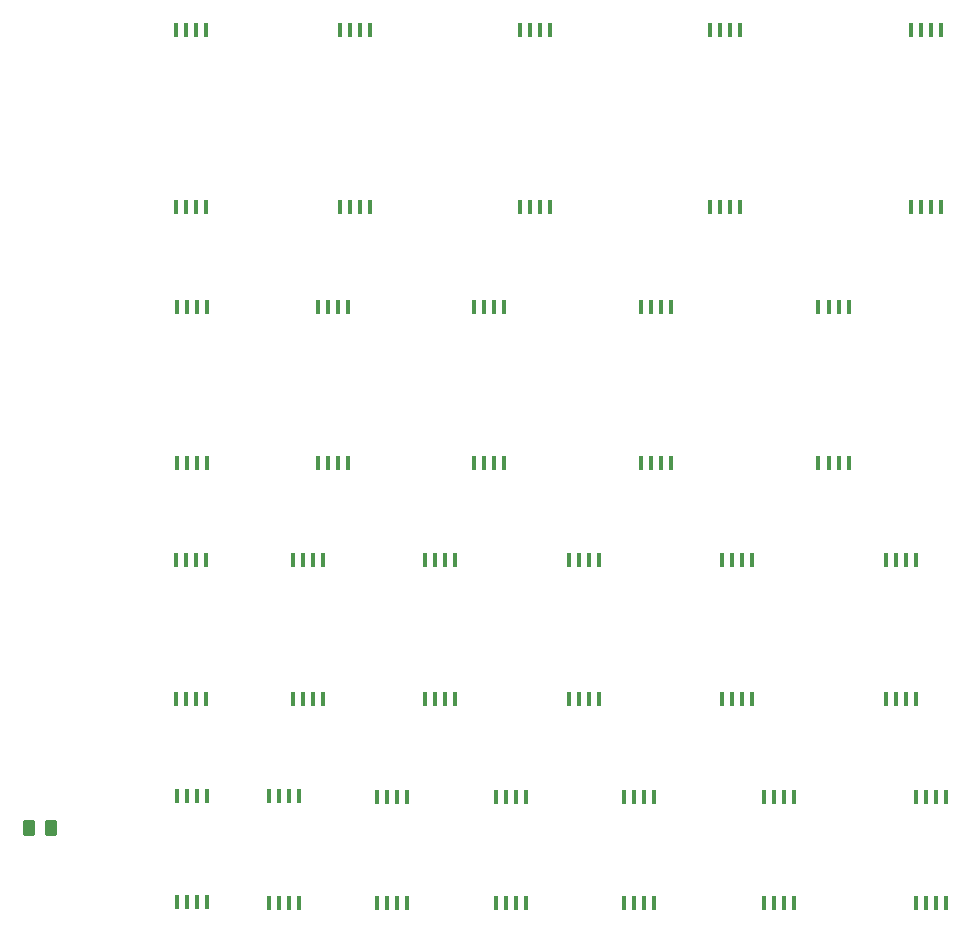
<source format=gbr>
%TF.GenerationSoftware,KiCad,Pcbnew,(6.0.0)*%
%TF.CreationDate,2022-01-22T08:46:37+01:00*%
%TF.ProjectId,CNLJS_test_LEDice_dual,434e4c4a-535f-4746-9573-745f4c454469,rev?*%
%TF.SameCoordinates,Original*%
%TF.FileFunction,Paste,Top*%
%TF.FilePolarity,Positive*%
%FSLAX46Y46*%
G04 Gerber Fmt 4.6, Leading zero omitted, Abs format (unit mm)*
G04 Created by KiCad (PCBNEW (6.0.0)) date 2022-01-22 08:46:37*
%MOMM*%
%LPD*%
G01*
G04 APERTURE LIST*
G04 Aperture macros list*
%AMRoundRect*
0 Rectangle with rounded corners*
0 $1 Rounding radius*
0 $2 $3 $4 $5 $6 $7 $8 $9 X,Y pos of 4 corners*
0 Add a 4 corners polygon primitive as box body*
4,1,4,$2,$3,$4,$5,$6,$7,$8,$9,$2,$3,0*
0 Add four circle primitives for the rounded corners*
1,1,$1+$1,$2,$3*
1,1,$1+$1,$4,$5*
1,1,$1+$1,$6,$7*
1,1,$1+$1,$8,$9*
0 Add four rect primitives between the rounded corners*
20,1,$1+$1,$2,$3,$4,$5,0*
20,1,$1+$1,$4,$5,$6,$7,0*
20,1,$1+$1,$6,$7,$8,$9,0*
20,1,$1+$1,$8,$9,$2,$3,0*%
G04 Aperture macros list end*
%ADD10R,0.420000X1.300000*%
%ADD11RoundRect,0.250000X-0.262500X-0.450000X0.262500X-0.450000X0.262500X0.450000X-0.262500X0.450000X0*%
G04 APERTURE END LIST*
D10*
%TO.C,U23*%
X201200000Y-69300000D03*
X199500000Y-54300000D03*
X200350000Y-69300000D03*
X198650000Y-54300000D03*
X199500000Y-69300000D03*
X201200000Y-54300000D03*
X198650000Y-69300000D03*
X200350000Y-54300000D03*
%TD*%
%TO.C,U22*%
X184200000Y-69300000D03*
X182500000Y-54300000D03*
X183350000Y-69300000D03*
X181650000Y-54300000D03*
X182500000Y-69300000D03*
X184200000Y-54300000D03*
X181650000Y-69300000D03*
X183350000Y-54300000D03*
%TD*%
%TO.C,U21*%
X168100000Y-69300000D03*
X166400000Y-54300000D03*
X167250000Y-69300000D03*
X165550000Y-54300000D03*
X166400000Y-69300000D03*
X168100000Y-54300000D03*
X165550000Y-69300000D03*
X167250000Y-54300000D03*
%TD*%
%TO.C,U20*%
X152900000Y-69300000D03*
X151200000Y-54300000D03*
X152050000Y-69300000D03*
X150350000Y-54300000D03*
X151200000Y-69300000D03*
X152900000Y-54300000D03*
X150350000Y-69300000D03*
X152050000Y-54300000D03*
%TD*%
%TO.C,U19*%
X139000000Y-69300000D03*
X137300000Y-54300000D03*
X138150000Y-69300000D03*
X136450000Y-54300000D03*
X137300000Y-69300000D03*
X139000000Y-54300000D03*
X136450000Y-69300000D03*
X138150000Y-54300000D03*
%TD*%
%TO.C,U18*%
X193400000Y-91000000D03*
X191700000Y-77800000D03*
X192550000Y-91000000D03*
X190850000Y-77800000D03*
X191700000Y-91000000D03*
X193400000Y-77800000D03*
X190850000Y-91000000D03*
X192550000Y-77800000D03*
%TD*%
%TO.C,U17*%
X178400000Y-91000000D03*
X176700000Y-77800000D03*
X177550000Y-91000000D03*
X175850000Y-77800000D03*
X176700000Y-91000000D03*
X178400000Y-77800000D03*
X175850000Y-91000000D03*
X177550000Y-77800000D03*
%TD*%
%TO.C,U16*%
X164200000Y-91000000D03*
X162500000Y-77800000D03*
X163350000Y-91000000D03*
X161650000Y-77800000D03*
X162500000Y-91000000D03*
X164200000Y-77800000D03*
X161650000Y-91000000D03*
X163350000Y-77800000D03*
%TD*%
%TO.C,U15*%
X151000000Y-91000000D03*
X149300000Y-77800000D03*
X150150000Y-91000000D03*
X148450000Y-77800000D03*
X149300000Y-91000000D03*
X151000000Y-77800000D03*
X148450000Y-91000000D03*
X150150000Y-77800000D03*
%TD*%
%TO.C,U14*%
X139050000Y-91000000D03*
X137350000Y-77800000D03*
X138200000Y-91000000D03*
X136500000Y-77800000D03*
X137350000Y-91000000D03*
X139050000Y-77800000D03*
X136500000Y-91000000D03*
X138200000Y-77800000D03*
%TD*%
%TO.C,U13*%
X199100000Y-111000000D03*
X197400000Y-99200000D03*
X198250000Y-111000000D03*
X196550000Y-99200000D03*
X197400000Y-111000000D03*
X199100000Y-99200000D03*
X196550000Y-111000000D03*
X198250000Y-99200000D03*
%TD*%
%TO.C,U7*%
X200800000Y-119250000D03*
X199100000Y-128250000D03*
X201650000Y-119250000D03*
X199950000Y-128250000D03*
X199100000Y-119250000D03*
X199950000Y-119250000D03*
X200800000Y-128250000D03*
X201650000Y-128250000D03*
%TD*%
%TO.C,U5*%
X176100000Y-119250000D03*
X174400000Y-128250000D03*
X176950000Y-119250000D03*
X175250000Y-128250000D03*
X174400000Y-119250000D03*
X175250000Y-119250000D03*
X176100000Y-128250000D03*
X176950000Y-128250000D03*
%TD*%
%TO.C,U3*%
X155200000Y-119250000D03*
X156050000Y-119250000D03*
X153500000Y-128250000D03*
X153500000Y-119250000D03*
X154350000Y-128250000D03*
X154350000Y-119250000D03*
X155200000Y-128250000D03*
X156050000Y-128250000D03*
%TD*%
%TO.C,U1*%
X139050000Y-128198000D03*
X137350000Y-119198000D03*
X138200000Y-128198000D03*
X136500000Y-119198000D03*
X137350000Y-128198000D03*
X136500000Y-128198000D03*
X139050000Y-119198000D03*
X138200000Y-119198000D03*
%TD*%
%TO.C,U2*%
X146900000Y-128200000D03*
X145200000Y-119200000D03*
X146050000Y-128200000D03*
X144350000Y-119200000D03*
X145200000Y-128200000D03*
X146900000Y-119200000D03*
X144350000Y-128200000D03*
X146050000Y-119200000D03*
%TD*%
%TO.C,U4*%
X165250000Y-119250000D03*
X163550000Y-128250000D03*
X166100000Y-119250000D03*
X163550000Y-119250000D03*
X164400000Y-128250000D03*
X164400000Y-119250000D03*
X165250000Y-128250000D03*
X166100000Y-128250000D03*
%TD*%
%TO.C,U10*%
X160100000Y-111000000D03*
X158400000Y-99200000D03*
X159250000Y-111000000D03*
X158400000Y-111000000D03*
X157550000Y-99200000D03*
X157550000Y-111000000D03*
X160100000Y-99200000D03*
X159250000Y-99200000D03*
%TD*%
%TO.C,U9*%
X148050000Y-99200000D03*
X148900000Y-99200000D03*
X146350000Y-111000000D03*
X147200000Y-111000000D03*
X146350000Y-99200000D03*
X148050000Y-111000000D03*
X147200000Y-99200000D03*
X148900000Y-111000000D03*
%TD*%
%TO.C,U12*%
X185200000Y-111000000D03*
X184350000Y-111000000D03*
X183500000Y-99200000D03*
X183500000Y-111000000D03*
X182650000Y-99200000D03*
X185200000Y-99200000D03*
X182650000Y-111000000D03*
X184350000Y-99200000D03*
%TD*%
D11*
%TO.C,R1*%
X124023500Y-121920000D03*
X125848500Y-121920000D03*
%TD*%
D10*
%TO.C,U6*%
X187950000Y-119250000D03*
X186250000Y-128250000D03*
X188800000Y-119250000D03*
X186250000Y-119250000D03*
X187100000Y-128250000D03*
X187100000Y-119250000D03*
X187950000Y-128250000D03*
X188800000Y-128250000D03*
%TD*%
%TO.C,U8*%
X139000000Y-111000000D03*
X137300000Y-99200000D03*
X138150000Y-111000000D03*
X137300000Y-111000000D03*
X136450000Y-99200000D03*
X139000000Y-99200000D03*
X136450000Y-111000000D03*
X138150000Y-99200000D03*
%TD*%
%TO.C,U11*%
X172300000Y-111000000D03*
X171450000Y-111000000D03*
X170600000Y-99200000D03*
X170600000Y-111000000D03*
X169750000Y-99200000D03*
X172300000Y-99200000D03*
X169750000Y-111000000D03*
X171450000Y-99200000D03*
%TD*%
M02*

</source>
